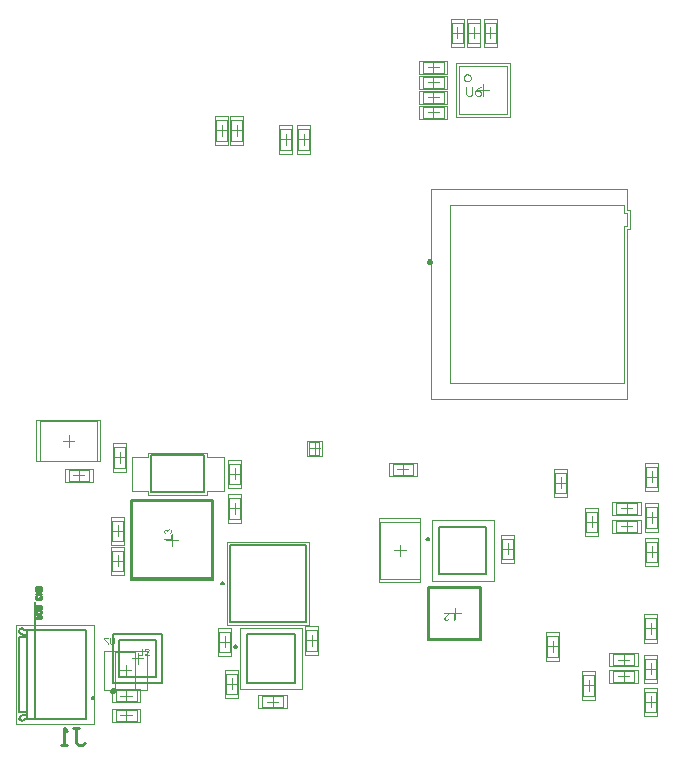
<source format=gbo>
%FSTAX23Y23*%
%MOIN*%
%SFA1B1*%

%IPPOS*%
%ADD10C,0.009449*%
%ADD12C,0.009843*%
%ADD13C,0.007874*%
%ADD14C,0.005000*%
%ADD16C,0.004000*%
%ADD17C,0.003937*%
%ADD18C,0.010000*%
%ADD19C,0.001969*%
%ADD96C,0.001000*%
%LNsolears_v1-1*%
%LPD*%
G36*
X01384Y01353D02*
Y01353D01*
Y01352*
Y01352*
Y01352*
X01384Y01352*
Y01351*
X01384Y01351*
X01384Y0135*
X01384Y01349*
X01384Y01348*
X01384Y01347*
X01384Y01347*
X01383Y01346*
Y01346*
X01383Y01346*
X01383Y01346*
X01383Y01346*
X01383Y01346*
X01383Y01345*
X01382Y01345*
X01382Y01344*
X01381Y01343*
X0138Y01343*
X0138*
X0138Y01343*
X0138Y01343*
X0138Y01343*
X0138Y01343*
X01379Y01342*
X01379Y01342*
X01379Y01342*
X01378Y01342*
X01378Y01342*
X01377Y01342*
X01377Y01342*
X01376Y01342*
X01376Y01342*
X01374Y01341*
X01374*
X01374Y01342*
X01374*
X01373Y01342*
X01373Y01342*
X01372Y01342*
X01371Y01342*
X01371Y01342*
X0137Y01342*
X01369Y01343*
X01369*
X01369Y01343*
X01368Y01343*
X01368Y01343*
X01368Y01343*
X01367Y01344*
X01367Y01344*
X01366Y01345*
X01366Y01345*
X01365Y01346*
Y01346*
X01365Y01346*
X01365Y01346*
X01365Y01347*
X01365Y01347*
X01365Y01347*
X01365Y01347*
X01365Y01348*
X01365Y01348*
X01365Y01349*
X01365Y01349*
X01365Y0135*
X01365Y0135*
X01365Y01351*
X01365Y01352*
Y01353*
Y01367*
X01368*
Y01353*
Y01353*
Y01352*
Y01352*
Y01352*
X01368Y01352*
Y01351*
X01368Y01351*
X01368Y0135*
X01368Y01349*
X01368Y01348*
X01368Y01348*
X01368Y01348*
X01368Y01348*
X01369Y01347*
X01369Y01347*
X01369Y01347*
X01369Y01346*
X0137Y01346*
X0137Y01346*
X01371Y01345*
X01371Y01345*
X01371Y01345*
X01371Y01345*
X01372Y01345*
X01372Y01345*
X01373Y01345*
X01373Y01345*
X01374Y01344*
X01375*
X01375Y01345*
X01375*
X01375Y01345*
X01376Y01345*
X01377Y01345*
X01378Y01345*
X01379Y01346*
X01379Y01346*
X01379Y01346*
X01379Y01346*
X01379Y01346*
X0138Y01346*
X0138Y01346*
X0138Y01347*
X0138Y01347*
X0138Y01347*
X0138Y01348*
X0138Y01348*
X0138Y01348*
X01381Y01349*
X01381Y0135*
X01381Y0135*
X01381Y01351*
X01381Y01352*
Y01353*
Y01367*
X01384*
Y01353*
G37*
G36*
X01398Y01367D02*
X01398Y01367D01*
X01398Y01367*
X01399Y01367*
X01399Y01367*
X014Y01367*
X01401Y01366*
X01401Y01366*
X01402Y01366*
X01402Y01366*
X01403Y01365*
X01403Y01365*
X01403Y01365*
X01403Y01365*
X01403Y01365*
X01403Y01365*
X01403Y01364*
X01404Y01364*
X01404Y01364*
X01404Y01363*
X01405Y01362*
X01405Y01362*
X01405Y01361*
X01405Y01361*
X01405Y0136*
Y0136*
Y0136*
X01405Y0136*
X01405Y01359*
X01405Y01359*
X01405Y01358*
X01404Y01358*
X01404Y01357*
X01404Y01357*
X01404Y01357*
X01404Y01357*
X01404Y01356*
X01403Y01356*
X01403Y01355*
X01403Y01355*
X01402Y01354*
X01402Y01354*
X01402Y01354*
X01402Y01354*
X01401Y01353*
X01401Y01353*
X01401Y01353*
X01401Y01353*
X014Y01352*
X014Y01352*
X014Y01352*
X01399Y01351*
X01399Y01351*
X01398Y0135*
X01397Y0135*
X01397Y0135*
X01397Y0135*
X01397Y0135*
X01397Y01349*
X01397Y01349*
X01396Y01349*
X01396Y01348*
X01395Y01348*
X01395Y01347*
X01394Y01347*
X01394Y01347*
X01394Y01347*
X01394Y01346*
X01394Y01346*
X01393Y01346*
X01393Y01346*
X01393Y01346*
X01393Y01346*
X01392Y01345*
X01405*
Y01342*
X01388*
Y01342*
Y01342*
Y01342*
X01388Y01343*
X01388Y01343*
X01388Y01343*
X01388Y01344*
X01389Y01344*
Y01344*
X01389Y01344*
X01389Y01344*
X01389Y01345*
X01389Y01345*
X01389Y01346*
X0139Y01346*
X0139Y01347*
X01391Y01347*
Y01347*
X01391Y01347*
X01391Y01348*
X01391Y01348*
X01392Y01349*
X01392Y01349*
X01393Y0135*
X01394Y0135*
X01395Y01351*
X01395Y01351*
X01395Y01351*
X01395Y01352*
X01395Y01352*
X01396Y01352*
X01396Y01352*
X01396Y01353*
X01397Y01353*
X01398Y01354*
X01399Y01355*
X01399Y01355*
X014Y01356*
X014Y01356*
X014Y01357*
Y01357*
X014Y01357*
X014Y01357*
X014Y01357*
X01401Y01357*
X01401Y01358*
X01401Y01358*
X01401Y01359*
X01402Y0136*
X01402Y0136*
Y0136*
Y0136*
X01402Y01361*
X01402Y01361*
X01401Y01361*
X01401Y01362*
X01401Y01362*
X01401Y01363*
X014Y01363*
X014Y01363*
X014Y01364*
X014Y01364*
X01399Y01364*
X01399Y01364*
X01398Y01364*
X01398Y01365*
X01397Y01365*
X01397*
X01396Y01365*
X01396Y01365*
X01396Y01364*
X01395Y01364*
X01394Y01364*
X01394Y01364*
X01393Y01363*
X01393Y01363*
X01393Y01363*
X01393Y01363*
X01393Y01362*
X01392Y01362*
X01392Y01361*
X01392Y0136*
X01392Y0136*
X01389Y0136*
Y0136*
X01389Y0136*
Y0136*
X01389Y01361*
X01389Y01361*
X01389Y01361*
X01389Y01362*
X01389Y01362*
X01389Y01363*
X0139Y01364*
X0139Y01364*
X0139Y01365*
X01391Y01365*
X01391Y01365*
X01391Y01365*
X01391Y01365*
X01391Y01366*
X01392Y01366*
X01392Y01366*
X01392Y01366*
X01392Y01366*
X01393Y01366*
X01393Y01366*
X01394Y01367*
X01394Y01367*
X01395Y01367*
X01395Y01367*
X01396Y01367*
X01396Y01367*
X01397Y01367*
X01397*
X01398Y01367*
G37*
G36*
X02423Y01459D02*
X02419D01*
Y01482*
X02407*
Y01485*
X02423*
Y01459*
G37*
G36*
X02405Y01484D02*
Y01484D01*
Y01484*
X02405Y01484*
X02405Y01483*
X02405Y01483*
X02405Y01483*
X02404Y01482*
Y01482*
X02404Y01482*
X02404Y01482*
X02404Y01482*
X02404Y01481*
X02404Y01481*
X02403Y0148*
X02403Y0148*
X02402Y01479*
Y01479*
X02402Y01479*
X02402Y01479*
X02402Y01478*
X02401Y01478*
X02401Y01477*
X024Y01477*
X02399Y01476*
X02398Y01475*
X02398Y01475*
X02398Y01475*
X02398Y01475*
X02398Y01475*
X02397Y01474*
X02397Y01474*
X02397Y01474*
X02396Y01473*
X02395Y01472*
X02394Y01472*
X02394Y01471*
X02393Y01471*
X02393Y0147*
X02393Y0147*
Y0147*
X02393Y0147*
X02393Y0147*
X02393Y0147*
X02392Y01469*
X02392Y01469*
X02392Y01468*
X02392Y01467*
X02391Y01467*
X02391Y01466*
Y01466*
Y01466*
X02391Y01466*
X02391Y01465*
X02392Y01465*
X02392Y01465*
X02392Y01464*
X02392Y01464*
X02393Y01463*
X02393Y01463*
X02393Y01463*
X02393Y01463*
X02394Y01462*
X02394Y01462*
X02395Y01462*
X02395Y01462*
X02396Y01462*
X02396*
X02396Y01462*
X02397Y01462*
X02397Y01462*
X02398Y01462*
X02399Y01462*
X02399Y01463*
X024Y01463*
X024Y01463*
X024Y01463*
X024Y01464*
X024Y01464*
X02401Y01465*
X02401Y01465*
X02401Y01466*
X02401Y01467*
X02404Y01466*
Y01466*
X02404Y01466*
Y01466*
X02404Y01466*
X02404Y01466*
X02404Y01465*
X02404Y01465*
X02404Y01464*
X02404Y01464*
X02403Y01463*
X02403Y01462*
X02403Y01462*
X02402Y01461*
X02402Y01461*
X02402Y01461*
X02402Y01461*
X02402Y01461*
X02401Y01461*
X02401Y01461*
X02401Y01461*
X02401Y0146*
X024Y0146*
X024Y0146*
X02399Y0146*
X02399Y0146*
X02398Y01459*
X02398Y01459*
X02397Y01459*
X02397Y01459*
X02396Y01459*
X02396*
X02395Y01459*
X02395Y01459*
X02395Y01459*
X02394Y01459*
X02394Y01459*
X02393Y0146*
X02392Y0146*
X02392Y0146*
X02391Y01461*
X02391Y01461*
X0239Y01461*
X0239Y01461*
X0239Y01461*
X0239Y01461*
X0239Y01462*
X0239Y01462*
X0239Y01462*
X02389Y01462*
X02389Y01463*
X02389Y01463*
X02388Y01464*
X02388Y01465*
X02388Y01465*
X02388Y01466*
X02388Y01466*
Y01466*
Y01466*
X02388Y01467*
X02388Y01467*
X02388Y01468*
X02388Y01468*
X02389Y01469*
X02389Y01469*
X02389Y01469*
X02389Y01469*
X02389Y0147*
X02389Y0147*
X0239Y01471*
X0239Y01471*
X0239Y01472*
X02391Y01472*
X02391Y01472*
X02391Y01473*
X02391Y01473*
X02392Y01473*
X02392Y01473*
X02392Y01473*
X02392Y01474*
X02393Y01474*
X02393Y01474*
X02393Y01475*
X02394Y01475*
X02394Y01476*
X02395Y01476*
X02396Y01477*
X02396Y01477*
X02396Y01477*
X02396Y01477*
X02396Y01477*
X02396Y01477*
X02397Y01477*
X02397Y01478*
X02398Y01478*
X02398Y01479*
X02399Y0148*
X02399Y0148*
X02399Y0148*
X02399Y0148*
X02399Y0148*
X024Y0148*
X024Y0148*
X024Y01481*
X024Y01481*
X02401Y01482*
X02388*
Y01485*
X02405*
Y01484*
G37*
G36*
X01473Y01765D02*
X01473Y01765D01*
X01473Y01765*
X01474Y01765*
X01474Y01765*
X01475Y01764*
X01475Y01764*
X01476Y01764*
X01476Y01764*
X01477Y01763*
X01477Y01763*
X01478Y01763*
X01478Y01762*
X01478Y01762*
X01478Y01762*
X01478Y01762*
X01478Y01762*
X01478Y01762*
X01479Y01761*
X01479Y01761*
X01479Y0176*
X01479Y0176*
X01479Y01759*
X0148Y01759*
X0148Y01758*
X0148Y01758*
X0148Y01757*
X0148Y01756*
Y01756*
X0148Y01756*
X0148Y01756*
X0148Y01755*
X0148Y01755*
X0148Y01755*
X01479Y01754*
X01479Y01753*
X01479Y01752*
X01479Y01752*
X01478Y01751*
X01478Y01751*
X01478Y01751*
X01478Y01751*
X01478Y01751*
X01478Y01751*
X01477Y0175*
X01477Y0175*
X01477Y0175*
X01477Y0175*
X01476Y0175*
X01476Y01749*
X01475Y01749*
X01474Y01749*
X01473Y01749*
X01473Y01748*
X01472Y01752*
X01472*
X01473Y01752*
X01473Y01752*
X01473Y01752*
X01473Y01752*
X01473Y01752*
X01474Y01752*
X01475Y01752*
X01475Y01753*
X01476Y01753*
X01476Y01753*
X01476Y01753*
X01476Y01754*
X01477Y01754*
X01477Y01754*
X01477Y01755*
X01477Y01755*
X01477Y01756*
X01477Y01756*
Y01757*
X01477Y01757*
X01477Y01757*
X01477Y01758*
X01477Y01758*
X01477Y01759*
X01476Y0176*
X01476Y0176*
X01476Y0176*
X01476Y0176*
X01475Y01761*
X01475Y01761*
X01474Y01761*
X01474Y01761*
X01473Y01762*
X01472Y01762*
X01472*
X01472*
X01472*
X01472Y01762*
X01471Y01762*
X01471Y01761*
X0147Y01761*
X0147Y01761*
X01469Y01761*
X01469Y0176*
X01469Y0176*
X01468Y0176*
X01468Y0176*
X01468Y01759*
X01468Y01759*
X01467Y01758*
X01467Y01757*
X01467Y01757*
Y01756*
X01467Y01756*
X01467Y01756*
X01467Y01755*
X01467Y01755*
X01468Y01755*
X01465Y01755*
Y01755*
X01465Y01755*
Y01756*
X01465Y01756*
X01465Y01757*
X01465Y01757*
X01464Y01758*
X01464Y01758*
X01464Y01759*
Y01759*
X01464Y01759*
X01464Y01759*
X01463Y01759*
X01463Y0176*
X01463Y0176*
X01462Y0176*
X01461Y0176*
X01461Y01761*
X01461*
X01461*
X01461*
X0146*
X0146Y0176*
X0146Y0176*
X01459Y0176*
X01459Y0176*
X01458Y0176*
X01458Y01759*
X01458Y01759*
X01458Y01759*
X01458Y01759*
X01457Y01759*
X01457Y01758*
X01457Y01758*
X01457Y01757*
X01457Y01756*
Y01756*
X01457Y01756*
X01457Y01755*
X01457Y01755*
X01457Y01754*
X01458Y01754*
X01458Y01753*
X01458Y01753*
X01458Y01753*
X01458Y01753*
X01459Y01753*
X01459Y01753*
X0146Y01752*
X0146Y01752*
X01461Y01752*
X01461Y01749*
X01461*
X01461Y01749*
X0146Y01749*
X0146Y01749*
X0146Y01749*
X0146Y01749*
X01459Y01749*
X01458Y0175*
X01457Y0175*
X01457Y01751*
X01456Y01751*
X01456Y01751*
X01456Y01751*
X01456Y01752*
X01456Y01752*
X01456Y01752*
X01455Y01752*
X01455Y01752*
X01455Y01753*
X01455Y01753*
X01454Y01754*
X01454Y01755*
X01454Y01756*
Y01757*
X01454Y01757*
X01454Y01758*
X01454Y01758*
X01455Y01759*
X01455Y01759*
X01455Y0176*
Y0176*
X01455Y0176*
X01455Y0176*
X01455Y01761*
X01456Y01761*
X01456Y01762*
X01456Y01762*
X01457Y01762*
X01458Y01763*
X01458Y01763*
X01458Y01763*
X01458Y01763*
X01458Y01763*
X01459Y01763*
X0146Y01764*
X0146Y01764*
X01461Y01764*
X01461*
X01461*
X01461Y01764*
X01462Y01764*
X01462Y01763*
X01463Y01763*
X01463Y01763*
X01464Y01763*
X01464Y01763*
X01464Y01763*
X01464Y01762*
X01465Y01762*
X01465Y01762*
X01465Y01761*
X01466Y01761*
X01466Y0176*
Y0176*
X01466Y0176*
X01466Y0176*
X01466Y01761*
X01466Y01761*
X01466Y01761*
X01467Y01762*
X01467Y01763*
X01467Y01763*
X01468Y01764*
X01468Y01764*
X01468Y01764*
X01469Y01764*
X01469Y01764*
X0147Y01765*
X0147Y01765*
X01471Y01765*
X01472Y01765*
X01472*
X01472*
X01472*
X01473Y01765*
G37*
G36*
X0148Y0173D02*
X01454D01*
Y01733*
X01477*
Y01746*
X0148*
Y0173*
G37*
G54D10*
X02342Y02657D02*
D01*
X02342Y02657*
X02342Y02657*
X02342Y02658*
X02342Y02658*
X02342Y02658*
X02342Y02659*
X02342Y02659*
X02341Y02659*
X02341Y02659*
X02341Y0266*
X02341Y0266*
X02341Y0266*
X0234Y0266*
X0234Y02661*
X0234Y02661*
X02339Y02661*
X02339Y02661*
X02339Y02661*
X02339Y02661*
X02338Y02661*
X02338Y02661*
X02338Y02661*
X02337*
X02337Y02661*
X02337Y02661*
X02336Y02661*
X02336Y02661*
X02336Y02661*
X02335Y02661*
X02335Y02661*
X02335Y02661*
X02334Y0266*
X02334Y0266*
X02334Y0266*
X02334Y0266*
X02334Y02659*
X02333Y02659*
X02333Y02659*
X02333Y02659*
X02333Y02658*
X02333Y02658*
X02333Y02658*
X02333Y02657*
X02333Y02657*
X02333Y02657*
X02333Y02656*
X02333Y02656*
X02333Y02656*
X02333Y02655*
X02333Y02655*
X02333Y02655*
X02333Y02654*
X02333Y02654*
X02334Y02654*
X02334Y02654*
X02334Y02653*
X02334Y02653*
X02334Y02653*
X02335Y02653*
X02335Y02653*
X02335Y02652*
X02336Y02652*
X02336Y02652*
X02336Y02652*
X02337Y02652*
X02337Y02652*
X02337Y02652*
X02338*
X02338Y02652*
X02338Y02652*
X02339Y02652*
X02339Y02652*
X02339Y02652*
X02339Y02652*
X0234Y02653*
X0234Y02653*
X0234Y02653*
X02341Y02653*
X02341Y02653*
X02341Y02654*
X02341Y02654*
X02341Y02654*
X02342Y02654*
X02342Y02655*
X02342Y02655*
X02342Y02655*
X02342Y02656*
X02342Y02656*
X02342Y02656*
X02342Y02657*
G54D12*
X01287Y01227D02*
D01*
X01287Y01227*
X01287Y01227*
X01287Y01228*
X01287Y01228*
X01287Y01228*
X01287Y01229*
X01287Y01229*
X01286Y01229*
X01286Y01229*
X01286Y0123*
X01286Y0123*
X01285Y0123*
X01285Y0123*
X01285Y01231*
X01285Y01231*
X01284Y01231*
X01284Y01231*
X01284Y01231*
X01283Y01231*
X01283Y01231*
X01283Y01231*
X01282Y01232*
X01282*
X01282Y01231*
X01281Y01231*
X01281Y01231*
X01281Y01231*
X0128Y01231*
X0128Y01231*
X0128Y01231*
X01279Y01231*
X01279Y0123*
X01279Y0123*
X01279Y0123*
X01278Y0123*
X01278Y01229*
X01278Y01229*
X01278Y01229*
X01278Y01229*
X01278Y01228*
X01277Y01228*
X01277Y01228*
X01277Y01227*
X01277Y01227*
X01277Y01227*
X01277Y01226*
X01277Y01226*
X01277Y01226*
X01277Y01225*
X01278Y01225*
X01278Y01225*
X01278Y01224*
X01278Y01224*
X01278Y01224*
X01278Y01223*
X01279Y01223*
X01279Y01223*
X01279Y01223*
X01279Y01223*
X0128Y01222*
X0128Y01222*
X0128Y01222*
X01281Y01222*
X01281Y01222*
X01281Y01222*
X01282Y01222*
X01282Y01222*
X01282*
X01283Y01222*
X01283Y01222*
X01283Y01222*
X01284Y01222*
X01284Y01222*
X01284Y01222*
X01285Y01222*
X01285Y01223*
X01285Y01223*
X01285Y01223*
X01286Y01223*
X01286Y01223*
X01286Y01224*
X01286Y01224*
X01287Y01224*
X01287Y01225*
X01287Y01225*
X01287Y01225*
X01287Y01226*
X01287Y01226*
X01287Y01226*
X01287Y01227*
G54D13*
X01221Y01202D02*
D01*
X01221Y01202*
X01221Y01202*
X01221Y01203*
X01221Y01203*
X01221Y01203*
X01221Y01204*
X0122Y01204*
X0122Y01204*
X0122Y01204*
X0122Y01204*
X0122Y01205*
X0122Y01205*
X01219Y01205*
X01219Y01205*
X01219Y01205*
X01219Y01205*
X01218Y01206*
X01218Y01206*
X01218Y01206*
X01218Y01206*
X01217Y01206*
X01217Y01206*
X01217*
X01217Y01206*
X01216Y01206*
X01216Y01206*
X01216Y01206*
X01216Y01206*
X01215Y01205*
X01215Y01205*
X01215Y01205*
X01215Y01205*
X01214Y01205*
X01214Y01205*
X01214Y01204*
X01214Y01204*
X01214Y01204*
X01214Y01204*
X01213Y01204*
X01213Y01203*
X01213Y01203*
X01213Y01203*
X01213Y01202*
X01213Y01202*
X01213Y01202*
X01213Y01202*
X01213Y01201*
X01213Y01201*
X01213Y01201*
X01213Y01201*
X01213Y012*
X01214Y012*
X01214Y012*
X01214Y012*
X01214Y01199*
X01214Y01199*
X01214Y01199*
X01215Y01199*
X01215Y01199*
X01215Y01199*
X01215Y01198*
X01216Y01198*
X01216Y01198*
X01216Y01198*
X01216Y01198*
X01217Y01198*
X01217Y01198*
X01217*
X01217Y01198*
X01218Y01198*
X01218Y01198*
X01218Y01198*
X01218Y01198*
X01219Y01198*
X01219Y01199*
X01219Y01199*
X01219Y01199*
X0122Y01199*
X0122Y01199*
X0122Y01199*
X0122Y012*
X0122Y012*
X0122Y012*
X01221Y012*
X01221Y01201*
X01221Y01201*
X01221Y01201*
X01221Y01201*
X01221Y01202*
X01221Y01202*
X01302Y01397D02*
X01427D01*
Y01272D02*
Y01397D01*
X01302Y01272D02*
X01427D01*
X01302D02*
Y01397D01*
X02338Y014D02*
X02507D01*
X02338D02*
Y01569D01*
X02507*
Y014D02*
Y01569D01*
X01346Y01601D02*
Y01859D01*
X01613*
Y01601D02*
Y01859D01*
X01346Y01601D02*
X01613D01*
X01282Y01417D02*
X01447D01*
Y01252D02*
Y01417D01*
X01282Y01252D02*
X01447D01*
X01282D02*
Y01417D01*
X02334Y01396D02*
X02511D01*
X02334D02*
Y01573D01*
X02511*
Y01396D02*
Y01573D01*
X01342Y01597D02*
Y01863D01*
X01617*
Y01597D02*
Y01863D01*
X01342Y01597D02*
X01617D01*
X01282Y01417D02*
X01447D01*
Y01252D02*
Y01417D01*
X01282Y01252D02*
X01447D01*
X01282D02*
Y01417D01*
X02334Y01396D02*
X02511D01*
X02334D02*
Y01573D01*
X02511*
Y01396D02*
Y01573D01*
X01342Y01597D02*
Y01863D01*
X01617*
Y01597D02*
Y01863D01*
X01342Y01597D02*
X01617D01*
X01652Y01585D02*
D01*
X01652Y01585*
X01652Y01585*
X01652Y01585*
X01652Y01586*
X01652Y01586*
X01652Y01586*
X01651Y01586*
X01651Y01587*
X01651Y01587*
X01651Y01587*
X01651Y01587*
X01651Y01587*
X0165Y01588*
X0165Y01588*
X0165Y01588*
X0165Y01588*
X01649Y01588*
X01649Y01588*
X01649Y01588*
X01649Y01588*
X01648Y01588*
X01648Y01588*
X01648*
X01648Y01588*
X01647Y01588*
X01647Y01588*
X01647Y01588*
X01646Y01588*
X01646Y01588*
X01646Y01588*
X01646Y01588*
X01646Y01588*
X01645Y01587*
X01645Y01587*
X01645Y01587*
X01645Y01587*
X01645Y01587*
X01644Y01586*
X01644Y01586*
X01644Y01586*
X01644Y01586*
X01644Y01585*
X01644Y01585*
X01644Y01585*
X01644Y01585*
X01644Y01584*
X01644Y01584*
X01644Y01584*
X01644Y01583*
X01644Y01583*
X01644Y01583*
X01644Y01583*
X01645Y01582*
X01645Y01582*
X01645Y01582*
X01645Y01582*
X01645Y01582*
X01646Y01581*
X01646Y01581*
X01646Y01581*
X01646Y01581*
X01646Y01581*
X01647Y01581*
X01647Y01581*
X01647Y01581*
X01648Y01581*
X01648Y01581*
X01648*
X01648Y01581*
X01649Y01581*
X01649Y01581*
X01649Y01581*
X01649Y01581*
X0165Y01581*
X0165Y01581*
X0165Y01581*
X0165Y01581*
X01651Y01582*
X01651Y01582*
X01651Y01582*
X01651Y01582*
X01651Y01582*
X01651Y01583*
X01652Y01583*
X01652Y01583*
X01652Y01583*
X01652Y01584*
X01652Y01584*
X01652Y01584*
X01652Y01585*
X02336Y01733D02*
D01*
X02336Y01733*
X02336Y01733*
X02336Y01734*
X02336Y01734*
X02336Y01734*
X02336Y01734*
X02336Y01735*
X02336Y01735*
X02336Y01735*
X02335Y01735*
X02335Y01736*
X02335Y01736*
X02335Y01736*
X02335Y01736*
X02334Y01736*
X02334Y01736*
X02334Y01737*
X02334Y01737*
X02333Y01737*
X02333Y01737*
X02333Y01737*
X02333Y01737*
X02332*
X02332Y01737*
X02332Y01737*
X02331Y01737*
X02331Y01737*
X02331Y01737*
X02331Y01736*
X0233Y01736*
X0233Y01736*
X0233Y01736*
X0233Y01736*
X0233Y01736*
X02329Y01735*
X02329Y01735*
X02329Y01735*
X02329Y01735*
X02329Y01734*
X02329Y01734*
X02329Y01734*
X02329Y01734*
X02328Y01733*
X02328Y01733*
X02328Y01733*
X02328Y01733*
X02328Y01732*
X02329Y01732*
X02329Y01732*
X02329Y01732*
X02329Y01731*
X02329Y01731*
X02329Y01731*
X02329Y01731*
X02329Y0173*
X0233Y0173*
X0233Y0173*
X0233Y0173*
X0233Y0173*
X0233Y01729*
X02331Y01729*
X02331Y01729*
X02331Y01729*
X02331Y01729*
X02332Y01729*
X02332Y01729*
X02332Y01729*
X02333*
X02333Y01729*
X02333Y01729*
X02333Y01729*
X02334Y01729*
X02334Y01729*
X02334Y01729*
X02334Y01729*
X02335Y0173*
X02335Y0173*
X02335Y0173*
X02335Y0173*
X02335Y0173*
X02336Y01731*
X02336Y01731*
X02336Y01731*
X02336Y01731*
X02336Y01732*
X02336Y01732*
X02336Y01732*
X02336Y01732*
X02336Y01733*
X02336Y01733*
X01696Y01374D02*
D01*
X01696Y01374*
X01695Y01374*
X01695Y01375*
X01695Y01375*
X01695Y01375*
X01695Y01375*
X01695Y01376*
X01695Y01376*
X01695Y01376*
X01695Y01376*
X01694Y01377*
X01694Y01377*
X01694Y01377*
X01694Y01377*
X01694Y01377*
X01693Y01377*
X01693Y01378*
X01693Y01378*
X01693Y01378*
X01692Y01378*
X01692Y01378*
X01692Y01378*
X01691*
X01691Y01378*
X01691Y01378*
X01691Y01378*
X0169Y01378*
X0169Y01378*
X0169Y01377*
X0169Y01377*
X01689Y01377*
X01689Y01377*
X01689Y01377*
X01689Y01377*
X01689Y01376*
X01688Y01376*
X01688Y01376*
X01688Y01376*
X01688Y01375*
X01688Y01375*
X01688Y01375*
X01688Y01375*
X01688Y01374*
X01688Y01374*
X01688Y01374*
X01688Y01374*
X01688Y01373*
X01688Y01373*
X01688Y01373*
X01688Y01373*
X01688Y01372*
X01688Y01372*
X01688Y01372*
X01688Y01372*
X01689Y01371*
X01689Y01371*
X01689Y01371*
X01689Y01371*
X01689Y01371*
X0169Y0137*
X0169Y0137*
X0169Y0137*
X0169Y0137*
X01691Y0137*
X01691Y0137*
X01691Y0137*
X01691Y0137*
X01692*
X01692Y0137*
X01692Y0137*
X01693Y0137*
X01693Y0137*
X01693Y0137*
X01693Y0137*
X01694Y0137*
X01694Y01371*
X01694Y01371*
X01694Y01371*
X01694Y01371*
X01695Y01371*
X01695Y01372*
X01695Y01372*
X01695Y01372*
X01695Y01372*
X01695Y01373*
X01695Y01373*
X01695Y01373*
X01695Y01373*
X01696Y01374*
X01696Y01374*
G54D14*
X01022Y01131D02*
Y0143D01*
X01122Y01131D02*
X01138D01*
X01122Y0143D02*
X01138D01*
X01024Y01131D02*
X01036D01*
X01024Y0143D02*
X01036D01*
X00997Y01131D02*
D01*
X00996Y01131*
X00995Y01132*
X00994Y01132*
X00993Y01132*
X00993Y01132*
X00992Y01132*
X00991Y01132*
X0099Y01132*
X00989Y01132*
X00989Y01132*
X00988Y01132*
X00987Y01132*
X00986Y01131*
X00986Y01131*
X00985Y0113*
X00984Y0113*
X00984Y01129*
X00983Y01129*
X00982Y01128*
X00982Y01128*
X00981Y01127*
X00981Y01126*
X00981Y01126*
X00993Y01147D02*
D01*
X00991Y01147*
X0099Y01147*
X00989Y01147*
X00988Y01147*
X00986Y01147*
X00985Y01147*
X00984Y01147*
X00983Y01146*
X00982Y01146*
X0098Y01145*
X00979Y01145*
X00978Y01144*
X00977Y01143*
X00976Y01142*
X00975Y01141*
X00975Y01141*
X00974Y0114*
X00973Y01138*
X00972Y01137*
X00972Y01136*
X00971Y01135*
X00971Y01134*
X00971Y01133*
X00981Y01435D02*
D01*
X00981Y01435*
X00982Y01434*
X00982Y01433*
X00983Y01433*
X00983Y01432*
X00984Y01432*
X00984Y01431*
X00985Y01431*
X00986Y0143*
X00987Y0143*
X00987Y0143*
X00988Y01429*
X00989Y01429*
X0099Y01429*
X00991Y01429*
X00991Y01429*
X00992Y01429*
X00993Y01429*
X00994Y01429*
X00995Y0143*
X00995Y0143*
X00996Y0143*
X00997Y0143*
X00969Y01428D02*
D01*
X00969Y01427*
X0097Y01426*
X0097Y01424*
X00971Y01423*
X00972Y01422*
X00973Y01421*
X00974Y0142*
X00974Y01419*
X00975Y01418*
X00977Y01417*
X00978Y01417*
X00979Y01416*
X0098Y01415*
X00981Y01415*
X00983Y01415*
X00984Y01414*
X00985Y01414*
X00987Y01414*
X00988Y01414*
X00989Y01414*
X00991Y01414*
X00992Y01414*
X00993Y01415*
X01193Y01131D02*
Y0143D01*
X01022D02*
X01193D01*
X00995D02*
X01022D01*
X00995Y01131D02*
Y0143D01*
Y01131D02*
X00997D01*
X01193*
X00971Y01133D02*
X00981Y01126D01*
X00971Y01155D02*
X00993D01*
X00971D02*
Y01407D01*
X00993*
X00969Y01428D02*
X00981Y01435D01*
X01022Y0143D02*
Y01523D01*
X01674Y01714D02*
X01925D01*
Y01455D02*
Y01714D01*
X01674Y01455D02*
X01925D01*
X01674D02*
Y01714D01*
X02371Y01616D02*
Y01773D01*
X02528Y01616D02*
Y01773D01*
X02371D02*
X02528D01*
X02371Y01616D02*
X02528D01*
X01411Y02011D02*
X01588D01*
Y01888D02*
Y02011D01*
X01411Y01888D02*
X01588D01*
X01411D02*
Y02011D01*
X01729Y01254D02*
Y01415D01*
X0189Y01254D02*
Y01415D01*
X01729D02*
X0189D01*
X01729Y01254D02*
X0189D01*
G54D16*
X02461Y0324D02*
Y03215D01*
X02466Y0321*
X02476*
X02481Y03215*
Y0324*
X02511D02*
X02501Y03235D01*
X02491Y03225*
Y03215*
X02496Y0321*
X02506*
X02511Y03215*
Y0322*
X02506Y03225*
X02491*
G54D17*
X02476Y0327D02*
D01*
X02476Y0327*
X02476Y03271*
X02476Y03272*
X02475Y03273*
X02475Y03274*
X02475Y03274*
X02474Y03275*
X02474Y03276*
X02474Y03276*
X02473Y03277*
X02473Y03278*
X02472Y03278*
X02471Y03279*
X02471Y03279*
X0247Y0328*
X02469Y0328*
X02468Y0328*
X02468Y03281*
X02467Y03281*
X02466Y03281*
X02465Y03281*
X02464Y03281*
X02464*
X02463Y03281*
X02462Y03281*
X02461Y03281*
X0246Y03281*
X0246Y0328*
X02459Y0328*
X02458Y0328*
X02457Y03279*
X02457Y03279*
X02456Y03278*
X02456Y03278*
X02455Y03277*
X02454Y03276*
X02454Y03276*
X02454Y03275*
X02453Y03274*
X02453Y03274*
X02453Y03273*
X02452Y03272*
X02452Y03271*
X02452Y0327*
X02452Y0327*
X02452Y03269*
X02452Y03268*
X02452Y03267*
X02453Y03266*
X02453Y03265*
X02453Y03265*
X02454Y03264*
X02454Y03263*
X02454Y03263*
X02455Y03262*
X02456Y03261*
X02456Y03261*
X02457Y0326*
X02457Y0326*
X02458Y03259*
X02459Y03259*
X0246Y03259*
X0246Y03258*
X02461Y03258*
X02462Y03258*
X02463Y03258*
X02464Y03258*
X02464*
X02465Y03258*
X02466Y03258*
X02467Y03258*
X02468Y03258*
X02468Y03259*
X02469Y03259*
X0247Y03259*
X02471Y0326*
X02471Y0326*
X02472Y03261*
X02473Y03261*
X02473Y03262*
X02474Y03263*
X02474Y03263*
X02474Y03264*
X02475Y03265*
X02475Y03265*
X02475Y03266*
X02476Y03267*
X02476Y03268*
X02476Y03269*
X02476Y0327*
X03061Y01724D02*
X03098D01*
X03061Y01655D02*
X03098D01*
Y01724*
X03061Y01655D02*
Y01724D01*
Y01839D02*
X03098D01*
X03061Y0177D02*
X03098D01*
Y01839*
X03061Y0177D02*
Y01839D01*
Y01974D02*
X03098D01*
X03061Y01905D02*
X03098D01*
Y01974*
X03061Y01905D02*
Y01974D01*
X02756Y01954D02*
X02793D01*
X02756Y01885D02*
X02793D01*
Y01954*
X02756Y01885D02*
Y01954D01*
X0296Y01756D02*
Y01793D01*
X03029Y01756D02*
Y01793D01*
X0296D02*
X03029D01*
X0296Y01756D02*
X03029D01*
X0296Y01816D02*
Y01853D01*
X03029Y01816D02*
Y01853D01*
X0296D02*
X03029D01*
X0296Y01816D02*
X03029D01*
X02851Y01279D02*
X02888D01*
X02851Y0121D02*
X02888D01*
Y01279*
X02851Y0121D02*
Y01279D01*
X03056Y01469D02*
X03093D01*
X03056Y014D02*
X03093D01*
Y01469*
X03056Y014D02*
Y01469D01*
X02731Y01409D02*
X02768D01*
X02731Y0134D02*
X02768D01*
Y01409*
X02731Y0134D02*
Y01409D01*
X0295Y01256D02*
Y01293D01*
X03019Y01256D02*
Y01293D01*
X0295D02*
X03019D01*
X0295Y01256D02*
X03019D01*
X0295Y01311D02*
Y01348D01*
X03019Y01311D02*
Y01348D01*
X0295D02*
X03019D01*
X0295Y01311D02*
X03019D01*
X03056Y01334D02*
X03093D01*
X03056Y01265D02*
X03093D01*
Y01334*
X03056Y01265D02*
Y01334D01*
Y01224D02*
X03093D01*
X03056Y01155D02*
X03093D01*
Y01224*
X03056Y01155D02*
Y01224D01*
X01204Y01926D02*
Y01963D01*
X01135Y01926D02*
Y01963D01*
Y01926D02*
X01204D01*
X01135Y01963D02*
X01204D01*
X01676Y03129D02*
X01713D01*
X01676Y0306D02*
X01713D01*
Y03129*
X01676Y0306D02*
Y03129D01*
X01626D02*
X01663D01*
X01626Y0306D02*
X01663D01*
Y03129*
X01626Y0306D02*
Y03129D01*
X0104Y02126D02*
X01229D01*
X0104Y01993D02*
X01229D01*
X0104D02*
Y02126D01*
X01229Y01993D02*
Y02126D01*
X02215Y01946D02*
Y01983D01*
X02284Y01946D02*
Y01983D01*
X02215D02*
X02284D01*
X02215Y01946D02*
X02284D01*
X02861Y01824D02*
X02898D01*
X02861Y01755D02*
X02898D01*
Y01824*
X02861Y01755D02*
Y01824D01*
X01901Y03099D02*
X01938D01*
X01901Y0303D02*
X01938D01*
Y03099*
X01901Y0303D02*
Y03099D01*
X01841D02*
X01878D01*
X01841Y0303D02*
X01878D01*
Y03099*
X01841Y0303D02*
Y03099D01*
X02986Y02253D02*
Y02775D01*
X02405Y02253D02*
X02986D01*
X02405D02*
Y02846D01*
X02986Y02775D02*
X02996D01*
Y02818*
X02986D02*
X02996D01*
X02986D02*
Y02846D01*
X02405D02*
X02986D01*
X02435Y03149D02*
Y0331D01*
X02597Y03149D02*
Y0331D01*
X02435D02*
X02597D01*
X02435Y03149D02*
X02597D01*
X02385Y03236D02*
Y03273D01*
X02316Y03236D02*
Y03273D01*
Y03236D02*
X02385D01*
X02316Y03273D02*
X02385D01*
Y03286D02*
Y03323D01*
X02316Y03286D02*
Y03323D01*
Y03286D02*
X02385D01*
X02316Y03323D02*
X02385D01*
Y03186D02*
Y03223D01*
X02316Y03186D02*
Y03223D01*
Y03186D02*
X02385D01*
X02316Y03223D02*
X02385D01*
Y03136D02*
Y03173D01*
X02316Y03136D02*
Y03173D01*
Y03136D02*
X02385D01*
X02316Y03173D02*
X02385D01*
X02412Y03454D02*
X0245D01*
X02412Y03385D02*
X0245D01*
Y03454*
X02412Y03385D02*
Y03454D01*
X02522D02*
X0256D01*
X02522Y03385D02*
X0256D01*
Y03454*
X02522Y03385D02*
Y03454D01*
X02467D02*
X02505D01*
X02467Y03385D02*
X02505D01*
Y03454*
X02467Y03385D02*
Y03454D01*
X01971Y02014D02*
Y02055D01*
X01938Y02014D02*
Y02055D01*
Y02014D02*
X01971D01*
X01938Y02055D02*
X01971D01*
X01291Y01356D02*
X01358D01*
X01291Y01233D02*
X01358D01*
Y01356*
X01291Y01233D02*
Y01356D01*
X01293Y01191D02*
Y01228D01*
X01362Y01191D02*
Y01228D01*
X01293D02*
X01362D01*
X01293Y01191D02*
X01362D01*
X01293Y01126D02*
Y01163D01*
X01362Y01126D02*
Y01163D01*
X01293D02*
X01362D01*
X01293Y01126D02*
X01362D01*
X02306Y016D02*
Y01789D01*
X02173Y016D02*
Y01789D01*
X02306*
X02173Y016D02*
X02306D01*
X01281Y01625D02*
X01318D01*
X01281Y01694D02*
X01318D01*
X01281Y01625D02*
Y01694D01*
X01318Y01625D02*
Y01694D01*
X01281Y01725D02*
X01318D01*
X01281Y01794D02*
X01318D01*
X01281Y01725D02*
Y01794D01*
X01318Y01725D02*
Y01794D01*
X01671Y01915D02*
X01708D01*
X01671Y01984D02*
X01708D01*
X01671Y01915D02*
Y01984D01*
X01708Y01915D02*
Y01984D01*
X01671Y018D02*
X01708D01*
X01671Y01869D02*
X01708D01*
X01671Y018D02*
Y01869D01*
X01708Y018D02*
Y01869D01*
X01286Y0197D02*
X01323D01*
X01286Y02039D02*
X01323D01*
X01286Y0197D02*
Y02039D01*
X01323Y0197D02*
Y02039D01*
X01926Y01429D02*
X01963D01*
X01926Y0136D02*
X01963D01*
Y01429*
X01926Y0136D02*
Y01429D01*
X01661Y01215D02*
X01698D01*
X01661Y01284D02*
X01698D01*
X01661Y01215D02*
Y01284D01*
X01698Y01215D02*
Y01284D01*
X01636Y01424D02*
X01673D01*
X01636Y01355D02*
X01673D01*
Y01424*
X01636Y01355D02*
Y01424D01*
X01849Y01171D02*
Y01208D01*
X0178Y01171D02*
Y01208D01*
Y01171D02*
X01849D01*
X0178Y01208D02*
X01849D01*
X02581Y01734D02*
X02618D01*
X02581Y01665D02*
X02618D01*
Y01734*
X02581Y01665D02*
Y01734D01*
X03058Y01737D02*
X03101D01*
X03058Y01642D02*
X03101D01*
Y01737*
X03058Y01642D02*
Y01737D01*
X0308Y01671D02*
Y01708D01*
X03061Y0169D02*
X03098D01*
X03058Y01852D02*
X03101D01*
X03058Y01757D02*
X03101D01*
Y01852*
X03058Y01757D02*
Y01852D01*
X0308Y01786D02*
Y01823D01*
X03061Y01805D02*
X03098D01*
X03058Y01987D02*
X03101D01*
X03058Y01892D02*
X03101D01*
Y01987*
X03058Y01892D02*
Y01987D01*
X0308Y01921D02*
Y01958D01*
X03061Y0194D02*
X03098D01*
X02753Y01967D02*
X02796D01*
X02753Y01872D02*
X02796D01*
Y01967*
X02753Y01872D02*
Y01967D01*
X02775Y01901D02*
Y01938D01*
X02756Y0192D02*
X02793D01*
X02947Y01753D02*
Y01796D01*
X03042Y01753D02*
Y01796D01*
X02947D02*
X03042D01*
X02947Y01753D02*
X03042D01*
X02976Y01775D02*
X03013D01*
X02995Y01756D02*
Y01793D01*
X02947Y01813D02*
Y01856D01*
X03042Y01813D02*
Y01856D01*
X02947D02*
X03042D01*
X02947Y01813D02*
X03042D01*
X02976Y01835D02*
X03013D01*
X02995Y01816D02*
Y01853D01*
X02848Y01292D02*
X02891D01*
X02848Y01197D02*
X02891D01*
Y01292*
X02848Y01197D02*
Y01292D01*
X0287Y01226D02*
Y01263D01*
X02851Y01245D02*
X02888D01*
X03053Y01482D02*
X03096D01*
X03053Y01387D02*
X03096D01*
Y01482*
X03053Y01387D02*
Y01482D01*
X03075Y01416D02*
Y01453D01*
X03056Y01435D02*
X03093D01*
X02728Y01422D02*
X02771D01*
X02728Y01327D02*
X02771D01*
Y01422*
X02728Y01327D02*
Y01422D01*
X0275Y01356D02*
Y01393D01*
X02731Y01375D02*
X02768D01*
X02937Y01253D02*
Y01296D01*
X03032Y01253D02*
Y01296D01*
X02937D02*
X03032D01*
X02937Y01253D02*
X03032D01*
X02966Y01275D02*
X03003D01*
X02985Y01256D02*
Y01293D01*
X02937Y01308D02*
Y01351D01*
X03032Y01308D02*
Y01351D01*
X02937D02*
X03032D01*
X02937Y01308D02*
X03032D01*
X02966Y0133D02*
X03003D01*
X02985Y01311D02*
Y01348D01*
X03053Y01347D02*
X03096D01*
X03053Y01252D02*
X03096D01*
Y01347*
X03053Y01252D02*
Y01347D01*
X03075Y01281D02*
Y01318D01*
X03056Y013D02*
X03093D01*
X03053Y01237D02*
X03096D01*
X03053Y01142D02*
X03096D01*
Y01237*
X03053Y01142D02*
Y01237D01*
X03075Y01171D02*
Y01208D01*
X03056Y0119D02*
X03093D01*
X01217Y01923D02*
Y01966D01*
X01122Y01923D02*
Y01966D01*
Y01923D02*
X01217D01*
X01122Y01966D02*
X01217D01*
X01151Y01945D02*
X01188D01*
X0117Y01926D02*
Y01963D01*
X01673Y03142D02*
X01716D01*
X01673Y03047D02*
X01716D01*
Y03142*
X01673Y03047D02*
Y03142D01*
X01695Y03076D02*
Y03113D01*
X01676Y03095D02*
X01713D01*
X01623Y03142D02*
X01666D01*
X01623Y03047D02*
X01666D01*
Y03142*
X01623Y03047D02*
Y03142D01*
X01645Y03076D02*
Y03113D01*
X01626Y03095D02*
X01663D01*
X01135Y0204D02*
Y02079D01*
X01115Y0206D02*
X01154D01*
X01028Y02128D02*
X01241D01*
X01028Y01991D02*
X01241D01*
X01028D02*
Y02128D01*
X01241Y01991D02*
Y02128D01*
X02202Y01943D02*
Y01986D01*
X02297Y01943D02*
Y01986D01*
X02202D02*
X02297D01*
X02202Y01943D02*
X02297D01*
X02231Y01965D02*
X02268D01*
X0225Y01946D02*
Y01983D01*
X02858Y01837D02*
X02901D01*
X02858Y01742D02*
X02901D01*
Y01837*
X02858Y01742D02*
Y01837D01*
X0288Y01771D02*
Y01808D01*
X02861Y0179D02*
X02898D01*
X01898Y03112D02*
X01941D01*
X01898Y03017D02*
X01941D01*
Y03112*
X01898Y03017D02*
Y03112D01*
X0192Y03046D02*
Y03083D01*
X01901Y03065D02*
X01938D01*
X01838Y03112D02*
X01881D01*
X01838Y03017D02*
X01881D01*
Y03112*
X01838Y03017D02*
Y03112D01*
X0186Y03046D02*
Y03083D01*
X01841Y03065D02*
X01878D01*
X02496Y0323D02*
X02536D01*
X02516Y0321D02*
Y03249D01*
X02398Y03233D02*
Y03276D01*
X02304Y03233D02*
Y03276D01*
Y03233D02*
X02398D01*
X02304Y03276D02*
X02398D01*
X02332Y03255D02*
X0237D01*
X02351Y03236D02*
Y03273D01*
X02398Y03283D02*
Y03326D01*
X02304Y03283D02*
Y03326D01*
Y03283D02*
X02398D01*
X02304Y03326D02*
X02398D01*
X02332Y03305D02*
X0237D01*
X02351Y03286D02*
Y03323D01*
X02398Y03183D02*
Y03226D01*
X02304Y03183D02*
Y03226D01*
Y03183D02*
X02398D01*
X02304Y03226D02*
X02398D01*
X02332Y03205D02*
X0237D01*
X02351Y03186D02*
Y03223D01*
X02398Y03133D02*
Y03176D01*
X02304Y03133D02*
Y03176D01*
Y03133D02*
X02398D01*
X02304Y03176D02*
X02398D01*
X02332Y03155D02*
X0237D01*
X02351Y03136D02*
Y03173D01*
X02409Y03467D02*
X02452D01*
X02409Y03372D02*
X02452D01*
Y03467*
X02409Y03372D02*
Y03467D01*
X02431Y03401D02*
Y03438D01*
X02412Y0342D02*
X0245D01*
X02519Y03467D02*
X02562D01*
X02519Y03372D02*
X02562D01*
Y03467*
X02519Y03372D02*
Y03467D01*
X02541Y03401D02*
Y03438D01*
X02522Y0342D02*
X0256D01*
X02464Y03467D02*
X02507D01*
X02464Y03372D02*
X02507D01*
Y03467*
X02464Y03372D02*
Y03467D01*
X02486Y03401D02*
Y03438D01*
X02467Y0342D02*
X02505D01*
X01935Y02035D02*
X01974D01*
X01955Y02015D02*
Y02054D01*
X01325Y01275D02*
Y01314D01*
X01305Y01295D02*
X01344D01*
X0128Y01188D02*
Y01231D01*
X01374Y01188D02*
Y01231D01*
X0128D02*
X01374D01*
X0128Y01188D02*
X01374D01*
X01308Y0121D02*
X01346D01*
X01327Y01191D02*
Y01228D01*
X0128Y01123D02*
Y01166D01*
X01374Y01123D02*
Y01166D01*
X0128D02*
X01374D01*
X0128Y01123D02*
X01374D01*
X01308Y01145D02*
X01346D01*
X01327Y01126D02*
Y01163D01*
X0222Y01695D02*
X02259D01*
X0224Y01675D02*
Y01714D01*
X02308Y01588D02*
Y01801D01*
X02171Y01588D02*
Y01801D01*
X02308*
X02171Y01588D02*
X02308D01*
X01278Y01612D02*
X01321D01*
X01278Y01707D02*
X01321D01*
X01278Y01612D02*
Y01707D01*
X01321Y01612D02*
Y01707D01*
X013Y01641D02*
Y01678D01*
X01281Y0166D02*
X01318D01*
X01278Y01712D02*
X01321D01*
X01278Y01807D02*
X01321D01*
X01278Y01712D02*
Y01807D01*
X01321Y01712D02*
Y01807D01*
X013Y01741D02*
Y01778D01*
X01281Y0176D02*
X01318D01*
X01668Y01902D02*
X01711D01*
X01668Y01997D02*
X01711D01*
X01668Y01902D02*
Y01997D01*
X01711Y01902D02*
Y01997D01*
X0169Y01931D02*
Y01968D01*
X01671Y0195D02*
X01708D01*
X01668Y01787D02*
X01711D01*
X01668Y01882D02*
X01711D01*
X01668Y01787D02*
Y01882D01*
X01711Y01787D02*
Y01882D01*
X0169Y01816D02*
Y01853D01*
X01671Y01835D02*
X01708D01*
X01283Y01957D02*
X01326D01*
X01283Y02052D02*
X01326D01*
X01283Y01957D02*
Y02052D01*
X01326Y01957D02*
Y02052D01*
X01305Y01986D02*
Y02023D01*
X01286Y02005D02*
X01323D01*
X01923Y01442D02*
X01966D01*
X01923Y01347D02*
X01966D01*
Y01442*
X01923Y01347D02*
Y01442D01*
X01945Y01376D02*
Y01413D01*
X01926Y01395D02*
X01963D01*
X01658Y01202D02*
X01701D01*
X01658Y01297D02*
X01701D01*
X01658Y01202D02*
Y01297D01*
X01701Y01202D02*
Y01297D01*
X0168Y01231D02*
Y01268D01*
X01661Y0125D02*
X01698D01*
X01633Y01437D02*
X01676D01*
X01633Y01342D02*
X01676D01*
Y01437*
X01633Y01342D02*
Y01437D01*
X01655Y01371D02*
Y01408D01*
X01636Y0139D02*
X01673D01*
X01862Y01168D02*
Y01211D01*
X01767Y01168D02*
Y01211D01*
Y01168D02*
X01862D01*
X01767Y01211D02*
X01862D01*
X01796Y0119D02*
X01833D01*
X01815Y01171D02*
Y01208D01*
X02578Y01747D02*
X02621D01*
X02578Y01652D02*
X02621D01*
Y01747*
X02578Y01652D02*
Y01747D01*
X026Y01681D02*
Y01718D01*
X02581Y017D02*
X02618D01*
X01345Y01335D02*
X01384D01*
X01365Y01315D02*
Y01354D01*
X02403Y01485D02*
X02443D01*
X02423Y01465D02*
Y01504D01*
X0148Y0171D02*
Y0175D01*
X0146Y0173D02*
X01499D01*
G54D18*
X0115Y01104D02*
X0117D01*
X0116*
Y01054*
X0117Y01045*
X0118*
X0119Y01054*
X0113Y01045D02*
X0111D01*
X0112*
Y01104*
X0113Y01094*
X01028Y01468D02*
X01044D01*
Y01476*
X01041Y01478*
X01036*
X01033Y01476*
Y01468*
X01041Y01494D02*
X01044Y01492D01*
Y01486*
X01041Y01484*
X01031*
X01028Y01486*
Y01492*
X01031Y01494*
X01044Y015D02*
X01028D01*
Y01508*
X01031Y0151*
X01033*
X01036Y01508*
Y015*
Y01508*
X01039Y0151*
X01041*
X01044Y01508*
Y015*
Y01542D02*
Y01532D01*
X01028*
Y01542*
X01036Y01532D02*
Y01537D01*
X01028Y01548D02*
X01044D01*
X01028Y01558*
X01044*
Y01564D02*
X01028D01*
Y01572*
X01031Y01574*
X01041*
X01044Y01572*
Y01564*
G54D19*
X02342Y022D02*
Y02899D01*
X02996*
X02342Y022D02*
X02996D01*
Y02765*
X03006*
Y02828*
X02996D02*
X03006D01*
X02996D02*
Y02899D01*
X02425Y03139D02*
Y0332D01*
Y03139D02*
X02606D01*
Y0332*
X02425D02*
X02606D01*
X0198Y02009D02*
Y0206D01*
X01929Y02009D02*
Y0206D01*
Y02009D02*
X0198D01*
X01929Y0206D02*
X0198D01*
X01252Y01359D02*
X01397D01*
X01252Y0123D02*
X01397D01*
Y01359*
X01252Y0123D02*
Y01359D01*
X00961Y01115D02*
X01221D01*
X00961D02*
Y01446D01*
X01221*
Y01115D02*
Y01446D01*
X01664Y01446D02*
Y01723D01*
Y01446D02*
X01935D01*
Y01723*
X01664D02*
X01935D01*
X02552Y01592D02*
Y01797D01*
X02347Y01592D02*
Y01797D01*
X02552*
X02347Y01592D02*
X02552D01*
X01346Y01893D02*
Y02006D01*
Y01893D02*
X01401D01*
Y01879D02*
Y01893D01*
Y01879D02*
X01598D01*
Y01893*
X01653*
Y02006*
X01598D02*
X01653D01*
X01598D02*
Y0202D01*
X01401D02*
X01598D01*
X01401Y02006D02*
Y0202D01*
X01346Y02006D02*
X01401D01*
X01912Y01232D02*
Y01437D01*
X01707Y01232D02*
Y01437D01*
X01912*
X01707Y01232D02*
X01912D01*
G54D96*
X01286Y01401D02*
Y01385D01*
X01282Y01382*
X01276*
X01272Y01385*
Y01401*
X01266D02*
X01252D01*
Y01398*
X01266Y01385*
Y01382*
M02*
</source>
